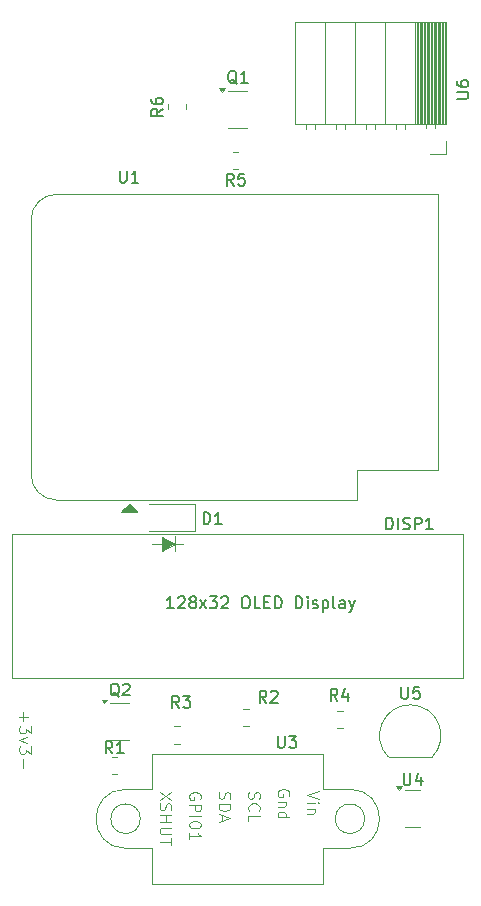
<source format=gbr>
%TF.GenerationSoftware,KiCad,Pcbnew,8.0.8-unknown-202501290020~8b811aa383~ubuntu24.04.1*%
%TF.CreationDate,2025-02-10T17:26:24-05:00*%
%TF.ProjectId,deleteme,64656c65-7465-46d6-952e-6b696361645f,rev?*%
%TF.SameCoordinates,Original*%
%TF.FileFunction,Legend,Top*%
%TF.FilePolarity,Positive*%
%FSLAX46Y46*%
G04 Gerber Fmt 4.6, Leading zero omitted, Abs format (unit mm)*
G04 Created by KiCad (PCBNEW 8.0.8-unknown-202501290020~8b811aa383~ubuntu24.04.1) date 2025-02-10 17:26:24*
%MOMM*%
%LPD*%
G01*
G04 APERTURE LIST*
%ADD10C,0.100000*%
%ADD11C,0.150000*%
%ADD12C,0.120000*%
G04 APERTURE END LIST*
D10*
X130398533Y-123380293D02*
X130398533Y-124142198D01*
X130017580Y-123761245D02*
X130779485Y-123761245D01*
X131017580Y-124523150D02*
X131017580Y-125142197D01*
X131017580Y-125142197D02*
X130636628Y-124808864D01*
X130636628Y-124808864D02*
X130636628Y-124951721D01*
X130636628Y-124951721D02*
X130589009Y-125046959D01*
X130589009Y-125046959D02*
X130541390Y-125094578D01*
X130541390Y-125094578D02*
X130446152Y-125142197D01*
X130446152Y-125142197D02*
X130208057Y-125142197D01*
X130208057Y-125142197D02*
X130112819Y-125094578D01*
X130112819Y-125094578D02*
X130065200Y-125046959D01*
X130065200Y-125046959D02*
X130017580Y-124951721D01*
X130017580Y-124951721D02*
X130017580Y-124666007D01*
X130017580Y-124666007D02*
X130065200Y-124570769D01*
X130065200Y-124570769D02*
X130112819Y-124523150D01*
X130684247Y-125475531D02*
X130017580Y-125713626D01*
X130017580Y-125713626D02*
X130684247Y-125951721D01*
X131017580Y-126237436D02*
X131017580Y-126856483D01*
X131017580Y-126856483D02*
X130636628Y-126523150D01*
X130636628Y-126523150D02*
X130636628Y-126666007D01*
X130636628Y-126666007D02*
X130589009Y-126761245D01*
X130589009Y-126761245D02*
X130541390Y-126808864D01*
X130541390Y-126808864D02*
X130446152Y-126856483D01*
X130446152Y-126856483D02*
X130208057Y-126856483D01*
X130208057Y-126856483D02*
X130112819Y-126808864D01*
X130112819Y-126808864D02*
X130065200Y-126761245D01*
X130065200Y-126761245D02*
X130017580Y-126666007D01*
X130017580Y-126666007D02*
X130017580Y-126380293D01*
X130017580Y-126380293D02*
X130065200Y-126285055D01*
X130065200Y-126285055D02*
X130112819Y-126237436D01*
X130398533Y-127285055D02*
X130398533Y-128046960D01*
X141315000Y-109116409D02*
X143865000Y-109116409D01*
X143215000Y-109091409D02*
X142115000Y-109666409D01*
X142115000Y-108516409D01*
X143215000Y-109091409D01*
G36*
X143215000Y-109091409D02*
G01*
X142115000Y-109666409D01*
X142115000Y-108516409D01*
X143215000Y-109091409D01*
G37*
X143215000Y-108466409D02*
X143215000Y-109716409D01*
D11*
X151928095Y-125361228D02*
X151928095Y-126170751D01*
X151928095Y-126170751D02*
X151975714Y-126265989D01*
X151975714Y-126265989D02*
X152023333Y-126313609D01*
X152023333Y-126313609D02*
X152118571Y-126361228D01*
X152118571Y-126361228D02*
X152309047Y-126361228D01*
X152309047Y-126361228D02*
X152404285Y-126313609D01*
X152404285Y-126313609D02*
X152451904Y-126265989D01*
X152451904Y-126265989D02*
X152499523Y-126170751D01*
X152499523Y-126170751D02*
X152499523Y-125361228D01*
X152880476Y-125361228D02*
X153499523Y-125361228D01*
X153499523Y-125361228D02*
X153166190Y-125742180D01*
X153166190Y-125742180D02*
X153309047Y-125742180D01*
X153309047Y-125742180D02*
X153404285Y-125789799D01*
X153404285Y-125789799D02*
X153451904Y-125837418D01*
X153451904Y-125837418D02*
X153499523Y-125932656D01*
X153499523Y-125932656D02*
X153499523Y-126170751D01*
X153499523Y-126170751D02*
X153451904Y-126265989D01*
X153451904Y-126265989D02*
X153404285Y-126313609D01*
X153404285Y-126313609D02*
X153309047Y-126361228D01*
X153309047Y-126361228D02*
X153023333Y-126361228D01*
X153023333Y-126361228D02*
X152928095Y-126313609D01*
X152928095Y-126313609D02*
X152880476Y-126265989D01*
D10*
X149465200Y-130132674D02*
X149417580Y-130275531D01*
X149417580Y-130275531D02*
X149417580Y-130513626D01*
X149417580Y-130513626D02*
X149465200Y-130608864D01*
X149465200Y-130608864D02*
X149512819Y-130656483D01*
X149512819Y-130656483D02*
X149608057Y-130704102D01*
X149608057Y-130704102D02*
X149703295Y-130704102D01*
X149703295Y-130704102D02*
X149798533Y-130656483D01*
X149798533Y-130656483D02*
X149846152Y-130608864D01*
X149846152Y-130608864D02*
X149893771Y-130513626D01*
X149893771Y-130513626D02*
X149941390Y-130323150D01*
X149941390Y-130323150D02*
X149989009Y-130227912D01*
X149989009Y-130227912D02*
X150036628Y-130180293D01*
X150036628Y-130180293D02*
X150131866Y-130132674D01*
X150131866Y-130132674D02*
X150227104Y-130132674D01*
X150227104Y-130132674D02*
X150322342Y-130180293D01*
X150322342Y-130180293D02*
X150369961Y-130227912D01*
X150369961Y-130227912D02*
X150417580Y-130323150D01*
X150417580Y-130323150D02*
X150417580Y-130561245D01*
X150417580Y-130561245D02*
X150369961Y-130704102D01*
X149512819Y-131704102D02*
X149465200Y-131656483D01*
X149465200Y-131656483D02*
X149417580Y-131513626D01*
X149417580Y-131513626D02*
X149417580Y-131418388D01*
X149417580Y-131418388D02*
X149465200Y-131275531D01*
X149465200Y-131275531D02*
X149560438Y-131180293D01*
X149560438Y-131180293D02*
X149655676Y-131132674D01*
X149655676Y-131132674D02*
X149846152Y-131085055D01*
X149846152Y-131085055D02*
X149989009Y-131085055D01*
X149989009Y-131085055D02*
X150179485Y-131132674D01*
X150179485Y-131132674D02*
X150274723Y-131180293D01*
X150274723Y-131180293D02*
X150369961Y-131275531D01*
X150369961Y-131275531D02*
X150417580Y-131418388D01*
X150417580Y-131418388D02*
X150417580Y-131513626D01*
X150417580Y-131513626D02*
X150369961Y-131656483D01*
X150369961Y-131656483D02*
X150322342Y-131704102D01*
X149417580Y-132608864D02*
X149417580Y-132132674D01*
X149417580Y-132132674D02*
X150417580Y-132132674D01*
X145369961Y-130704102D02*
X145417580Y-130608864D01*
X145417580Y-130608864D02*
X145417580Y-130466007D01*
X145417580Y-130466007D02*
X145369961Y-130323150D01*
X145369961Y-130323150D02*
X145274723Y-130227912D01*
X145274723Y-130227912D02*
X145179485Y-130180293D01*
X145179485Y-130180293D02*
X144989009Y-130132674D01*
X144989009Y-130132674D02*
X144846152Y-130132674D01*
X144846152Y-130132674D02*
X144655676Y-130180293D01*
X144655676Y-130180293D02*
X144560438Y-130227912D01*
X144560438Y-130227912D02*
X144465200Y-130323150D01*
X144465200Y-130323150D02*
X144417580Y-130466007D01*
X144417580Y-130466007D02*
X144417580Y-130561245D01*
X144417580Y-130561245D02*
X144465200Y-130704102D01*
X144465200Y-130704102D02*
X144512819Y-130751721D01*
X144512819Y-130751721D02*
X144846152Y-130751721D01*
X144846152Y-130751721D02*
X144846152Y-130561245D01*
X144417580Y-131180293D02*
X145417580Y-131180293D01*
X145417580Y-131180293D02*
X145417580Y-131561245D01*
X145417580Y-131561245D02*
X145369961Y-131656483D01*
X145369961Y-131656483D02*
X145322342Y-131704102D01*
X145322342Y-131704102D02*
X145227104Y-131751721D01*
X145227104Y-131751721D02*
X145084247Y-131751721D01*
X145084247Y-131751721D02*
X144989009Y-131704102D01*
X144989009Y-131704102D02*
X144941390Y-131656483D01*
X144941390Y-131656483D02*
X144893771Y-131561245D01*
X144893771Y-131561245D02*
X144893771Y-131180293D01*
X144417580Y-132180293D02*
X145417580Y-132180293D01*
X145417580Y-132846959D02*
X145417580Y-132942197D01*
X145417580Y-132942197D02*
X145369961Y-133037435D01*
X145369961Y-133037435D02*
X145322342Y-133085054D01*
X145322342Y-133085054D02*
X145227104Y-133132673D01*
X145227104Y-133132673D02*
X145036628Y-133180292D01*
X145036628Y-133180292D02*
X144798533Y-133180292D01*
X144798533Y-133180292D02*
X144608057Y-133132673D01*
X144608057Y-133132673D02*
X144512819Y-133085054D01*
X144512819Y-133085054D02*
X144465200Y-133037435D01*
X144465200Y-133037435D02*
X144417580Y-132942197D01*
X144417580Y-132942197D02*
X144417580Y-132846959D01*
X144417580Y-132846959D02*
X144465200Y-132751721D01*
X144465200Y-132751721D02*
X144512819Y-132704102D01*
X144512819Y-132704102D02*
X144608057Y-132656483D01*
X144608057Y-132656483D02*
X144798533Y-132608864D01*
X144798533Y-132608864D02*
X145036628Y-132608864D01*
X145036628Y-132608864D02*
X145227104Y-132656483D01*
X145227104Y-132656483D02*
X145322342Y-132704102D01*
X145322342Y-132704102D02*
X145369961Y-132751721D01*
X145369961Y-132751721D02*
X145417580Y-132846959D01*
X144417580Y-134132673D02*
X144417580Y-133561245D01*
X144417580Y-133846959D02*
X145417580Y-133846959D01*
X145417580Y-133846959D02*
X145274723Y-133751721D01*
X145274723Y-133751721D02*
X145179485Y-133656483D01*
X145179485Y-133656483D02*
X145131866Y-133561245D01*
X152869961Y-130454102D02*
X152917580Y-130358864D01*
X152917580Y-130358864D02*
X152917580Y-130216007D01*
X152917580Y-130216007D02*
X152869961Y-130073150D01*
X152869961Y-130073150D02*
X152774723Y-129977912D01*
X152774723Y-129977912D02*
X152679485Y-129930293D01*
X152679485Y-129930293D02*
X152489009Y-129882674D01*
X152489009Y-129882674D02*
X152346152Y-129882674D01*
X152346152Y-129882674D02*
X152155676Y-129930293D01*
X152155676Y-129930293D02*
X152060438Y-129977912D01*
X152060438Y-129977912D02*
X151965200Y-130073150D01*
X151965200Y-130073150D02*
X151917580Y-130216007D01*
X151917580Y-130216007D02*
X151917580Y-130311245D01*
X151917580Y-130311245D02*
X151965200Y-130454102D01*
X151965200Y-130454102D02*
X152012819Y-130501721D01*
X152012819Y-130501721D02*
X152346152Y-130501721D01*
X152346152Y-130501721D02*
X152346152Y-130311245D01*
X152584247Y-130930293D02*
X151917580Y-130930293D01*
X152489009Y-130930293D02*
X152536628Y-130977912D01*
X152536628Y-130977912D02*
X152584247Y-131073150D01*
X152584247Y-131073150D02*
X152584247Y-131216007D01*
X152584247Y-131216007D02*
X152536628Y-131311245D01*
X152536628Y-131311245D02*
X152441390Y-131358864D01*
X152441390Y-131358864D02*
X151917580Y-131358864D01*
X151917580Y-132263626D02*
X152917580Y-132263626D01*
X151965200Y-132263626D02*
X151917580Y-132168388D01*
X151917580Y-132168388D02*
X151917580Y-131977912D01*
X151917580Y-131977912D02*
X151965200Y-131882674D01*
X151965200Y-131882674D02*
X152012819Y-131835055D01*
X152012819Y-131835055D02*
X152108057Y-131787436D01*
X152108057Y-131787436D02*
X152393771Y-131787436D01*
X152393771Y-131787436D02*
X152489009Y-131835055D01*
X152489009Y-131835055D02*
X152536628Y-131882674D01*
X152536628Y-131882674D02*
X152584247Y-131977912D01*
X152584247Y-131977912D02*
X152584247Y-132168388D01*
X152584247Y-132168388D02*
X152536628Y-132263626D01*
X155417580Y-130037436D02*
X154417580Y-130370769D01*
X154417580Y-130370769D02*
X155417580Y-130704102D01*
X154417580Y-131037436D02*
X155084247Y-131037436D01*
X155417580Y-131037436D02*
X155369961Y-130989817D01*
X155369961Y-130989817D02*
X155322342Y-131037436D01*
X155322342Y-131037436D02*
X155369961Y-131085055D01*
X155369961Y-131085055D02*
X155417580Y-131037436D01*
X155417580Y-131037436D02*
X155322342Y-131037436D01*
X155084247Y-131513626D02*
X154417580Y-131513626D01*
X154989009Y-131513626D02*
X155036628Y-131561245D01*
X155036628Y-131561245D02*
X155084247Y-131656483D01*
X155084247Y-131656483D02*
X155084247Y-131799340D01*
X155084247Y-131799340D02*
X155036628Y-131894578D01*
X155036628Y-131894578D02*
X154941390Y-131942197D01*
X154941390Y-131942197D02*
X154417580Y-131942197D01*
X142917580Y-130085055D02*
X141917580Y-130751721D01*
X142917580Y-130751721D02*
X141917580Y-130085055D01*
X141965200Y-131085055D02*
X141917580Y-131227912D01*
X141917580Y-131227912D02*
X141917580Y-131466007D01*
X141917580Y-131466007D02*
X141965200Y-131561245D01*
X141965200Y-131561245D02*
X142012819Y-131608864D01*
X142012819Y-131608864D02*
X142108057Y-131656483D01*
X142108057Y-131656483D02*
X142203295Y-131656483D01*
X142203295Y-131656483D02*
X142298533Y-131608864D01*
X142298533Y-131608864D02*
X142346152Y-131561245D01*
X142346152Y-131561245D02*
X142393771Y-131466007D01*
X142393771Y-131466007D02*
X142441390Y-131275531D01*
X142441390Y-131275531D02*
X142489009Y-131180293D01*
X142489009Y-131180293D02*
X142536628Y-131132674D01*
X142536628Y-131132674D02*
X142631866Y-131085055D01*
X142631866Y-131085055D02*
X142727104Y-131085055D01*
X142727104Y-131085055D02*
X142822342Y-131132674D01*
X142822342Y-131132674D02*
X142869961Y-131180293D01*
X142869961Y-131180293D02*
X142917580Y-131275531D01*
X142917580Y-131275531D02*
X142917580Y-131513626D01*
X142917580Y-131513626D02*
X142869961Y-131656483D01*
X141917580Y-132085055D02*
X142917580Y-132085055D01*
X142441390Y-132085055D02*
X142441390Y-132656483D01*
X141917580Y-132656483D02*
X142917580Y-132656483D01*
X142917580Y-133132674D02*
X142108057Y-133132674D01*
X142108057Y-133132674D02*
X142012819Y-133180293D01*
X142012819Y-133180293D02*
X141965200Y-133227912D01*
X141965200Y-133227912D02*
X141917580Y-133323150D01*
X141917580Y-133323150D02*
X141917580Y-133513626D01*
X141917580Y-133513626D02*
X141965200Y-133608864D01*
X141965200Y-133608864D02*
X142012819Y-133656483D01*
X142012819Y-133656483D02*
X142108057Y-133704102D01*
X142108057Y-133704102D02*
X142917580Y-133704102D01*
X142917580Y-134037436D02*
X142917580Y-134608864D01*
X141917580Y-134323150D02*
X142917580Y-134323150D01*
X146965200Y-130132674D02*
X146917580Y-130275531D01*
X146917580Y-130275531D02*
X146917580Y-130513626D01*
X146917580Y-130513626D02*
X146965200Y-130608864D01*
X146965200Y-130608864D02*
X147012819Y-130656483D01*
X147012819Y-130656483D02*
X147108057Y-130704102D01*
X147108057Y-130704102D02*
X147203295Y-130704102D01*
X147203295Y-130704102D02*
X147298533Y-130656483D01*
X147298533Y-130656483D02*
X147346152Y-130608864D01*
X147346152Y-130608864D02*
X147393771Y-130513626D01*
X147393771Y-130513626D02*
X147441390Y-130323150D01*
X147441390Y-130323150D02*
X147489009Y-130227912D01*
X147489009Y-130227912D02*
X147536628Y-130180293D01*
X147536628Y-130180293D02*
X147631866Y-130132674D01*
X147631866Y-130132674D02*
X147727104Y-130132674D01*
X147727104Y-130132674D02*
X147822342Y-130180293D01*
X147822342Y-130180293D02*
X147869961Y-130227912D01*
X147869961Y-130227912D02*
X147917580Y-130323150D01*
X147917580Y-130323150D02*
X147917580Y-130561245D01*
X147917580Y-130561245D02*
X147869961Y-130704102D01*
X146917580Y-131132674D02*
X147917580Y-131132674D01*
X147917580Y-131132674D02*
X147917580Y-131370769D01*
X147917580Y-131370769D02*
X147869961Y-131513626D01*
X147869961Y-131513626D02*
X147774723Y-131608864D01*
X147774723Y-131608864D02*
X147679485Y-131656483D01*
X147679485Y-131656483D02*
X147489009Y-131704102D01*
X147489009Y-131704102D02*
X147346152Y-131704102D01*
X147346152Y-131704102D02*
X147155676Y-131656483D01*
X147155676Y-131656483D02*
X147060438Y-131608864D01*
X147060438Y-131608864D02*
X146965200Y-131513626D01*
X146965200Y-131513626D02*
X146917580Y-131370769D01*
X146917580Y-131370769D02*
X146917580Y-131132674D01*
X147203295Y-132085055D02*
X147203295Y-132561245D01*
X146917580Y-131989817D02*
X147917580Y-132323150D01*
X147917580Y-132323150D02*
X146917580Y-132656483D01*
D11*
X138494761Y-122026466D02*
X138399523Y-121978847D01*
X138399523Y-121978847D02*
X138304285Y-121883609D01*
X138304285Y-121883609D02*
X138161428Y-121740751D01*
X138161428Y-121740751D02*
X138066190Y-121693132D01*
X138066190Y-121693132D02*
X137970952Y-121693132D01*
X138018571Y-121931228D02*
X137923333Y-121883609D01*
X137923333Y-121883609D02*
X137828095Y-121788370D01*
X137828095Y-121788370D02*
X137780476Y-121597894D01*
X137780476Y-121597894D02*
X137780476Y-121264561D01*
X137780476Y-121264561D02*
X137828095Y-121074085D01*
X137828095Y-121074085D02*
X137923333Y-120978847D01*
X137923333Y-120978847D02*
X138018571Y-120931228D01*
X138018571Y-120931228D02*
X138209047Y-120931228D01*
X138209047Y-120931228D02*
X138304285Y-120978847D01*
X138304285Y-120978847D02*
X138399523Y-121074085D01*
X138399523Y-121074085D02*
X138447142Y-121264561D01*
X138447142Y-121264561D02*
X138447142Y-121597894D01*
X138447142Y-121597894D02*
X138399523Y-121788370D01*
X138399523Y-121788370D02*
X138304285Y-121883609D01*
X138304285Y-121883609D02*
X138209047Y-121931228D01*
X138209047Y-121931228D02*
X138018571Y-121931228D01*
X138828095Y-121026466D02*
X138875714Y-120978847D01*
X138875714Y-120978847D02*
X138970952Y-120931228D01*
X138970952Y-120931228D02*
X139209047Y-120931228D01*
X139209047Y-120931228D02*
X139304285Y-120978847D01*
X139304285Y-120978847D02*
X139351904Y-121026466D01*
X139351904Y-121026466D02*
X139399523Y-121121704D01*
X139399523Y-121121704D02*
X139399523Y-121216942D01*
X139399523Y-121216942D02*
X139351904Y-121359799D01*
X139351904Y-121359799D02*
X138780476Y-121931228D01*
X138780476Y-121931228D02*
X139399523Y-121931228D01*
X148190833Y-78771228D02*
X147857500Y-78295037D01*
X147619405Y-78771228D02*
X147619405Y-77771228D01*
X147619405Y-77771228D02*
X148000357Y-77771228D01*
X148000357Y-77771228D02*
X148095595Y-77818847D01*
X148095595Y-77818847D02*
X148143214Y-77866466D01*
X148143214Y-77866466D02*
X148190833Y-77961704D01*
X148190833Y-77961704D02*
X148190833Y-78104561D01*
X148190833Y-78104561D02*
X148143214Y-78199799D01*
X148143214Y-78199799D02*
X148095595Y-78247418D01*
X148095595Y-78247418D02*
X148000357Y-78295037D01*
X148000357Y-78295037D02*
X147619405Y-78295037D01*
X149095595Y-77771228D02*
X148619405Y-77771228D01*
X148619405Y-77771228D02*
X148571786Y-78247418D01*
X148571786Y-78247418D02*
X148619405Y-78199799D01*
X148619405Y-78199799D02*
X148714643Y-78152180D01*
X148714643Y-78152180D02*
X148952738Y-78152180D01*
X148952738Y-78152180D02*
X149047976Y-78199799D01*
X149047976Y-78199799D02*
X149095595Y-78247418D01*
X149095595Y-78247418D02*
X149143214Y-78342656D01*
X149143214Y-78342656D02*
X149143214Y-78580751D01*
X149143214Y-78580751D02*
X149095595Y-78675989D01*
X149095595Y-78675989D02*
X149047976Y-78723609D01*
X149047976Y-78723609D02*
X148952738Y-78771228D01*
X148952738Y-78771228D02*
X148714643Y-78771228D01*
X148714643Y-78771228D02*
X148619405Y-78723609D01*
X148619405Y-78723609D02*
X148571786Y-78675989D01*
X145651905Y-107431228D02*
X145651905Y-106431228D01*
X145651905Y-106431228D02*
X145890000Y-106431228D01*
X145890000Y-106431228D02*
X146032857Y-106478847D01*
X146032857Y-106478847D02*
X146128095Y-106574085D01*
X146128095Y-106574085D02*
X146175714Y-106669323D01*
X146175714Y-106669323D02*
X146223333Y-106859799D01*
X146223333Y-106859799D02*
X146223333Y-107002656D01*
X146223333Y-107002656D02*
X146175714Y-107193132D01*
X146175714Y-107193132D02*
X146128095Y-107288370D01*
X146128095Y-107288370D02*
X146032857Y-107383609D01*
X146032857Y-107383609D02*
X145890000Y-107431228D01*
X145890000Y-107431228D02*
X145651905Y-107431228D01*
X147175714Y-107431228D02*
X146604286Y-107431228D01*
X146890000Y-107431228D02*
X146890000Y-106431228D01*
X146890000Y-106431228D02*
X146794762Y-106574085D01*
X146794762Y-106574085D02*
X146699524Y-106669323D01*
X146699524Y-106669323D02*
X146604286Y-106716942D01*
X138558095Y-77511228D02*
X138558095Y-78320751D01*
X138558095Y-78320751D02*
X138605714Y-78415989D01*
X138605714Y-78415989D02*
X138653333Y-78463609D01*
X138653333Y-78463609D02*
X138748571Y-78511228D01*
X138748571Y-78511228D02*
X138939047Y-78511228D01*
X138939047Y-78511228D02*
X139034285Y-78463609D01*
X139034285Y-78463609D02*
X139081904Y-78415989D01*
X139081904Y-78415989D02*
X139129523Y-78320751D01*
X139129523Y-78320751D02*
X139129523Y-77511228D01*
X140129523Y-78511228D02*
X139558095Y-78511228D01*
X139843809Y-78511228D02*
X139843809Y-77511228D01*
X139843809Y-77511228D02*
X139748571Y-77654085D01*
X139748571Y-77654085D02*
X139653333Y-77749323D01*
X139653333Y-77749323D02*
X139558095Y-77796942D01*
X161097619Y-107881228D02*
X161097619Y-106881228D01*
X161097619Y-106881228D02*
X161335714Y-106881228D01*
X161335714Y-106881228D02*
X161478571Y-106928847D01*
X161478571Y-106928847D02*
X161573809Y-107024085D01*
X161573809Y-107024085D02*
X161621428Y-107119323D01*
X161621428Y-107119323D02*
X161669047Y-107309799D01*
X161669047Y-107309799D02*
X161669047Y-107452656D01*
X161669047Y-107452656D02*
X161621428Y-107643132D01*
X161621428Y-107643132D02*
X161573809Y-107738370D01*
X161573809Y-107738370D02*
X161478571Y-107833609D01*
X161478571Y-107833609D02*
X161335714Y-107881228D01*
X161335714Y-107881228D02*
X161097619Y-107881228D01*
X162097619Y-107881228D02*
X162097619Y-106881228D01*
X162526190Y-107833609D02*
X162669047Y-107881228D01*
X162669047Y-107881228D02*
X162907142Y-107881228D01*
X162907142Y-107881228D02*
X163002380Y-107833609D01*
X163002380Y-107833609D02*
X163049999Y-107785989D01*
X163049999Y-107785989D02*
X163097618Y-107690751D01*
X163097618Y-107690751D02*
X163097618Y-107595513D01*
X163097618Y-107595513D02*
X163049999Y-107500275D01*
X163049999Y-107500275D02*
X163002380Y-107452656D01*
X163002380Y-107452656D02*
X162907142Y-107405037D01*
X162907142Y-107405037D02*
X162716666Y-107357418D01*
X162716666Y-107357418D02*
X162621428Y-107309799D01*
X162621428Y-107309799D02*
X162573809Y-107262180D01*
X162573809Y-107262180D02*
X162526190Y-107166942D01*
X162526190Y-107166942D02*
X162526190Y-107071704D01*
X162526190Y-107071704D02*
X162573809Y-106976466D01*
X162573809Y-106976466D02*
X162621428Y-106928847D01*
X162621428Y-106928847D02*
X162716666Y-106881228D01*
X162716666Y-106881228D02*
X162954761Y-106881228D01*
X162954761Y-106881228D02*
X163097618Y-106928847D01*
X163526190Y-107881228D02*
X163526190Y-106881228D01*
X163526190Y-106881228D02*
X163907142Y-106881228D01*
X163907142Y-106881228D02*
X164002380Y-106928847D01*
X164002380Y-106928847D02*
X164049999Y-106976466D01*
X164049999Y-106976466D02*
X164097618Y-107071704D01*
X164097618Y-107071704D02*
X164097618Y-107214561D01*
X164097618Y-107214561D02*
X164049999Y-107309799D01*
X164049999Y-107309799D02*
X164002380Y-107357418D01*
X164002380Y-107357418D02*
X163907142Y-107405037D01*
X163907142Y-107405037D02*
X163526190Y-107405037D01*
X165049999Y-107881228D02*
X164478571Y-107881228D01*
X164764285Y-107881228D02*
X164764285Y-106881228D01*
X164764285Y-106881228D02*
X164669047Y-107024085D01*
X164669047Y-107024085D02*
X164573809Y-107119323D01*
X164573809Y-107119323D02*
X164478571Y-107166942D01*
X143114056Y-114555828D02*
X142542628Y-114555828D01*
X142828342Y-114555828D02*
X142828342Y-113555828D01*
X142828342Y-113555828D02*
X142733104Y-113698685D01*
X142733104Y-113698685D02*
X142637866Y-113793923D01*
X142637866Y-113793923D02*
X142542628Y-113841542D01*
X143495009Y-113651066D02*
X143542628Y-113603447D01*
X143542628Y-113603447D02*
X143637866Y-113555828D01*
X143637866Y-113555828D02*
X143875961Y-113555828D01*
X143875961Y-113555828D02*
X143971199Y-113603447D01*
X143971199Y-113603447D02*
X144018818Y-113651066D01*
X144018818Y-113651066D02*
X144066437Y-113746304D01*
X144066437Y-113746304D02*
X144066437Y-113841542D01*
X144066437Y-113841542D02*
X144018818Y-113984399D01*
X144018818Y-113984399D02*
X143447390Y-114555828D01*
X143447390Y-114555828D02*
X144066437Y-114555828D01*
X144637866Y-113984399D02*
X144542628Y-113936780D01*
X144542628Y-113936780D02*
X144495009Y-113889161D01*
X144495009Y-113889161D02*
X144447390Y-113793923D01*
X144447390Y-113793923D02*
X144447390Y-113746304D01*
X144447390Y-113746304D02*
X144495009Y-113651066D01*
X144495009Y-113651066D02*
X144542628Y-113603447D01*
X144542628Y-113603447D02*
X144637866Y-113555828D01*
X144637866Y-113555828D02*
X144828342Y-113555828D01*
X144828342Y-113555828D02*
X144923580Y-113603447D01*
X144923580Y-113603447D02*
X144971199Y-113651066D01*
X144971199Y-113651066D02*
X145018818Y-113746304D01*
X145018818Y-113746304D02*
X145018818Y-113793923D01*
X145018818Y-113793923D02*
X144971199Y-113889161D01*
X144971199Y-113889161D02*
X144923580Y-113936780D01*
X144923580Y-113936780D02*
X144828342Y-113984399D01*
X144828342Y-113984399D02*
X144637866Y-113984399D01*
X144637866Y-113984399D02*
X144542628Y-114032018D01*
X144542628Y-114032018D02*
X144495009Y-114079637D01*
X144495009Y-114079637D02*
X144447390Y-114174875D01*
X144447390Y-114174875D02*
X144447390Y-114365351D01*
X144447390Y-114365351D02*
X144495009Y-114460589D01*
X144495009Y-114460589D02*
X144542628Y-114508209D01*
X144542628Y-114508209D02*
X144637866Y-114555828D01*
X144637866Y-114555828D02*
X144828342Y-114555828D01*
X144828342Y-114555828D02*
X144923580Y-114508209D01*
X144923580Y-114508209D02*
X144971199Y-114460589D01*
X144971199Y-114460589D02*
X145018818Y-114365351D01*
X145018818Y-114365351D02*
X145018818Y-114174875D01*
X145018818Y-114174875D02*
X144971199Y-114079637D01*
X144971199Y-114079637D02*
X144923580Y-114032018D01*
X144923580Y-114032018D02*
X144828342Y-113984399D01*
X145352152Y-114555828D02*
X145875961Y-113889161D01*
X145352152Y-113889161D02*
X145875961Y-114555828D01*
X146161676Y-113555828D02*
X146780723Y-113555828D01*
X146780723Y-113555828D02*
X146447390Y-113936780D01*
X146447390Y-113936780D02*
X146590247Y-113936780D01*
X146590247Y-113936780D02*
X146685485Y-113984399D01*
X146685485Y-113984399D02*
X146733104Y-114032018D01*
X146733104Y-114032018D02*
X146780723Y-114127256D01*
X146780723Y-114127256D02*
X146780723Y-114365351D01*
X146780723Y-114365351D02*
X146733104Y-114460589D01*
X146733104Y-114460589D02*
X146685485Y-114508209D01*
X146685485Y-114508209D02*
X146590247Y-114555828D01*
X146590247Y-114555828D02*
X146304533Y-114555828D01*
X146304533Y-114555828D02*
X146209295Y-114508209D01*
X146209295Y-114508209D02*
X146161676Y-114460589D01*
X147161676Y-113651066D02*
X147209295Y-113603447D01*
X147209295Y-113603447D02*
X147304533Y-113555828D01*
X147304533Y-113555828D02*
X147542628Y-113555828D01*
X147542628Y-113555828D02*
X147637866Y-113603447D01*
X147637866Y-113603447D02*
X147685485Y-113651066D01*
X147685485Y-113651066D02*
X147733104Y-113746304D01*
X147733104Y-113746304D02*
X147733104Y-113841542D01*
X147733104Y-113841542D02*
X147685485Y-113984399D01*
X147685485Y-113984399D02*
X147114057Y-114555828D01*
X147114057Y-114555828D02*
X147733104Y-114555828D01*
X149114057Y-113555828D02*
X149304533Y-113555828D01*
X149304533Y-113555828D02*
X149399771Y-113603447D01*
X149399771Y-113603447D02*
X149495009Y-113698685D01*
X149495009Y-113698685D02*
X149542628Y-113889161D01*
X149542628Y-113889161D02*
X149542628Y-114222494D01*
X149542628Y-114222494D02*
X149495009Y-114412970D01*
X149495009Y-114412970D02*
X149399771Y-114508209D01*
X149399771Y-114508209D02*
X149304533Y-114555828D01*
X149304533Y-114555828D02*
X149114057Y-114555828D01*
X149114057Y-114555828D02*
X149018819Y-114508209D01*
X149018819Y-114508209D02*
X148923581Y-114412970D01*
X148923581Y-114412970D02*
X148875962Y-114222494D01*
X148875962Y-114222494D02*
X148875962Y-113889161D01*
X148875962Y-113889161D02*
X148923581Y-113698685D01*
X148923581Y-113698685D02*
X149018819Y-113603447D01*
X149018819Y-113603447D02*
X149114057Y-113555828D01*
X150447390Y-114555828D02*
X149971200Y-114555828D01*
X149971200Y-114555828D02*
X149971200Y-113555828D01*
X150780724Y-114032018D02*
X151114057Y-114032018D01*
X151256914Y-114555828D02*
X150780724Y-114555828D01*
X150780724Y-114555828D02*
X150780724Y-113555828D01*
X150780724Y-113555828D02*
X151256914Y-113555828D01*
X151685486Y-114555828D02*
X151685486Y-113555828D01*
X151685486Y-113555828D02*
X151923581Y-113555828D01*
X151923581Y-113555828D02*
X152066438Y-113603447D01*
X152066438Y-113603447D02*
X152161676Y-113698685D01*
X152161676Y-113698685D02*
X152209295Y-113793923D01*
X152209295Y-113793923D02*
X152256914Y-113984399D01*
X152256914Y-113984399D02*
X152256914Y-114127256D01*
X152256914Y-114127256D02*
X152209295Y-114317732D01*
X152209295Y-114317732D02*
X152161676Y-114412970D01*
X152161676Y-114412970D02*
X152066438Y-114508209D01*
X152066438Y-114508209D02*
X151923581Y-114555828D01*
X151923581Y-114555828D02*
X151685486Y-114555828D01*
X153447391Y-114555828D02*
X153447391Y-113555828D01*
X153447391Y-113555828D02*
X153685486Y-113555828D01*
X153685486Y-113555828D02*
X153828343Y-113603447D01*
X153828343Y-113603447D02*
X153923581Y-113698685D01*
X153923581Y-113698685D02*
X153971200Y-113793923D01*
X153971200Y-113793923D02*
X154018819Y-113984399D01*
X154018819Y-113984399D02*
X154018819Y-114127256D01*
X154018819Y-114127256D02*
X153971200Y-114317732D01*
X153971200Y-114317732D02*
X153923581Y-114412970D01*
X153923581Y-114412970D02*
X153828343Y-114508209D01*
X153828343Y-114508209D02*
X153685486Y-114555828D01*
X153685486Y-114555828D02*
X153447391Y-114555828D01*
X154447391Y-114555828D02*
X154447391Y-113889161D01*
X154447391Y-113555828D02*
X154399772Y-113603447D01*
X154399772Y-113603447D02*
X154447391Y-113651066D01*
X154447391Y-113651066D02*
X154495010Y-113603447D01*
X154495010Y-113603447D02*
X154447391Y-113555828D01*
X154447391Y-113555828D02*
X154447391Y-113651066D01*
X154875962Y-114508209D02*
X154971200Y-114555828D01*
X154971200Y-114555828D02*
X155161676Y-114555828D01*
X155161676Y-114555828D02*
X155256914Y-114508209D01*
X155256914Y-114508209D02*
X155304533Y-114412970D01*
X155304533Y-114412970D02*
X155304533Y-114365351D01*
X155304533Y-114365351D02*
X155256914Y-114270113D01*
X155256914Y-114270113D02*
X155161676Y-114222494D01*
X155161676Y-114222494D02*
X155018819Y-114222494D01*
X155018819Y-114222494D02*
X154923581Y-114174875D01*
X154923581Y-114174875D02*
X154875962Y-114079637D01*
X154875962Y-114079637D02*
X154875962Y-114032018D01*
X154875962Y-114032018D02*
X154923581Y-113936780D01*
X154923581Y-113936780D02*
X155018819Y-113889161D01*
X155018819Y-113889161D02*
X155161676Y-113889161D01*
X155161676Y-113889161D02*
X155256914Y-113936780D01*
X155733105Y-113889161D02*
X155733105Y-114889161D01*
X155733105Y-113936780D02*
X155828343Y-113889161D01*
X155828343Y-113889161D02*
X156018819Y-113889161D01*
X156018819Y-113889161D02*
X156114057Y-113936780D01*
X156114057Y-113936780D02*
X156161676Y-113984399D01*
X156161676Y-113984399D02*
X156209295Y-114079637D01*
X156209295Y-114079637D02*
X156209295Y-114365351D01*
X156209295Y-114365351D02*
X156161676Y-114460589D01*
X156161676Y-114460589D02*
X156114057Y-114508209D01*
X156114057Y-114508209D02*
X156018819Y-114555828D01*
X156018819Y-114555828D02*
X155828343Y-114555828D01*
X155828343Y-114555828D02*
X155733105Y-114508209D01*
X156780724Y-114555828D02*
X156685486Y-114508209D01*
X156685486Y-114508209D02*
X156637867Y-114412970D01*
X156637867Y-114412970D02*
X156637867Y-113555828D01*
X157590248Y-114555828D02*
X157590248Y-114032018D01*
X157590248Y-114032018D02*
X157542629Y-113936780D01*
X157542629Y-113936780D02*
X157447391Y-113889161D01*
X157447391Y-113889161D02*
X157256915Y-113889161D01*
X157256915Y-113889161D02*
X157161677Y-113936780D01*
X157590248Y-114508209D02*
X157495010Y-114555828D01*
X157495010Y-114555828D02*
X157256915Y-114555828D01*
X157256915Y-114555828D02*
X157161677Y-114508209D01*
X157161677Y-114508209D02*
X157114058Y-114412970D01*
X157114058Y-114412970D02*
X157114058Y-114317732D01*
X157114058Y-114317732D02*
X157161677Y-114222494D01*
X157161677Y-114222494D02*
X157256915Y-114174875D01*
X157256915Y-114174875D02*
X157495010Y-114174875D01*
X157495010Y-114174875D02*
X157590248Y-114127256D01*
X157971201Y-113889161D02*
X158209296Y-114555828D01*
X158447391Y-113889161D02*
X158209296Y-114555828D01*
X158209296Y-114555828D02*
X158114058Y-114793923D01*
X158114058Y-114793923D02*
X158066439Y-114841542D01*
X158066439Y-114841542D02*
X157971201Y-114889161D01*
X148467261Y-70156466D02*
X148372023Y-70108847D01*
X148372023Y-70108847D02*
X148276785Y-70013609D01*
X148276785Y-70013609D02*
X148133928Y-69870751D01*
X148133928Y-69870751D02*
X148038690Y-69823132D01*
X148038690Y-69823132D02*
X147943452Y-69823132D01*
X147991071Y-70061228D02*
X147895833Y-70013609D01*
X147895833Y-70013609D02*
X147800595Y-69918370D01*
X147800595Y-69918370D02*
X147752976Y-69727894D01*
X147752976Y-69727894D02*
X147752976Y-69394561D01*
X147752976Y-69394561D02*
X147800595Y-69204085D01*
X147800595Y-69204085D02*
X147895833Y-69108847D01*
X147895833Y-69108847D02*
X147991071Y-69061228D01*
X147991071Y-69061228D02*
X148181547Y-69061228D01*
X148181547Y-69061228D02*
X148276785Y-69108847D01*
X148276785Y-69108847D02*
X148372023Y-69204085D01*
X148372023Y-69204085D02*
X148419642Y-69394561D01*
X148419642Y-69394561D02*
X148419642Y-69727894D01*
X148419642Y-69727894D02*
X148372023Y-69918370D01*
X148372023Y-69918370D02*
X148276785Y-70013609D01*
X148276785Y-70013609D02*
X148181547Y-70061228D01*
X148181547Y-70061228D02*
X147991071Y-70061228D01*
X149372023Y-70061228D02*
X148800595Y-70061228D01*
X149086309Y-70061228D02*
X149086309Y-69061228D01*
X149086309Y-69061228D02*
X148991071Y-69204085D01*
X148991071Y-69204085D02*
X148895833Y-69299323D01*
X148895833Y-69299323D02*
X148800595Y-69346942D01*
X143573333Y-122981228D02*
X143240000Y-122505037D01*
X143001905Y-122981228D02*
X143001905Y-121981228D01*
X143001905Y-121981228D02*
X143382857Y-121981228D01*
X143382857Y-121981228D02*
X143478095Y-122028847D01*
X143478095Y-122028847D02*
X143525714Y-122076466D01*
X143525714Y-122076466D02*
X143573333Y-122171704D01*
X143573333Y-122171704D02*
X143573333Y-122314561D01*
X143573333Y-122314561D02*
X143525714Y-122409799D01*
X143525714Y-122409799D02*
X143478095Y-122457418D01*
X143478095Y-122457418D02*
X143382857Y-122505037D01*
X143382857Y-122505037D02*
X143001905Y-122505037D01*
X143906667Y-121981228D02*
X144525714Y-121981228D01*
X144525714Y-121981228D02*
X144192381Y-122362180D01*
X144192381Y-122362180D02*
X144335238Y-122362180D01*
X144335238Y-122362180D02*
X144430476Y-122409799D01*
X144430476Y-122409799D02*
X144478095Y-122457418D01*
X144478095Y-122457418D02*
X144525714Y-122552656D01*
X144525714Y-122552656D02*
X144525714Y-122790751D01*
X144525714Y-122790751D02*
X144478095Y-122885989D01*
X144478095Y-122885989D02*
X144430476Y-122933609D01*
X144430476Y-122933609D02*
X144335238Y-122981228D01*
X144335238Y-122981228D02*
X144049524Y-122981228D01*
X144049524Y-122981228D02*
X143954286Y-122933609D01*
X143954286Y-122933609D02*
X143906667Y-122885989D01*
X156983333Y-122381228D02*
X156650000Y-121905037D01*
X156411905Y-122381228D02*
X156411905Y-121381228D01*
X156411905Y-121381228D02*
X156792857Y-121381228D01*
X156792857Y-121381228D02*
X156888095Y-121428847D01*
X156888095Y-121428847D02*
X156935714Y-121476466D01*
X156935714Y-121476466D02*
X156983333Y-121571704D01*
X156983333Y-121571704D02*
X156983333Y-121714561D01*
X156983333Y-121714561D02*
X156935714Y-121809799D01*
X156935714Y-121809799D02*
X156888095Y-121857418D01*
X156888095Y-121857418D02*
X156792857Y-121905037D01*
X156792857Y-121905037D02*
X156411905Y-121905037D01*
X157840476Y-121714561D02*
X157840476Y-122381228D01*
X157602381Y-121333609D02*
X157364286Y-122047894D01*
X157364286Y-122047894D02*
X157983333Y-122047894D01*
X137923333Y-126831228D02*
X137590000Y-126355037D01*
X137351905Y-126831228D02*
X137351905Y-125831228D01*
X137351905Y-125831228D02*
X137732857Y-125831228D01*
X137732857Y-125831228D02*
X137828095Y-125878847D01*
X137828095Y-125878847D02*
X137875714Y-125926466D01*
X137875714Y-125926466D02*
X137923333Y-126021704D01*
X137923333Y-126021704D02*
X137923333Y-126164561D01*
X137923333Y-126164561D02*
X137875714Y-126259799D01*
X137875714Y-126259799D02*
X137828095Y-126307418D01*
X137828095Y-126307418D02*
X137732857Y-126355037D01*
X137732857Y-126355037D02*
X137351905Y-126355037D01*
X138875714Y-126831228D02*
X138304286Y-126831228D01*
X138590000Y-126831228D02*
X138590000Y-125831228D01*
X138590000Y-125831228D02*
X138494762Y-125974085D01*
X138494762Y-125974085D02*
X138399524Y-126069323D01*
X138399524Y-126069323D02*
X138304286Y-126116942D01*
X167074819Y-71408313D02*
X167884342Y-71408313D01*
X167884342Y-71408313D02*
X167979580Y-71360694D01*
X167979580Y-71360694D02*
X168027200Y-71313075D01*
X168027200Y-71313075D02*
X168074819Y-71217837D01*
X168074819Y-71217837D02*
X168074819Y-71027361D01*
X168074819Y-71027361D02*
X168027200Y-70932123D01*
X168027200Y-70932123D02*
X167979580Y-70884504D01*
X167979580Y-70884504D02*
X167884342Y-70836885D01*
X167884342Y-70836885D02*
X167074819Y-70836885D01*
X167074819Y-69932123D02*
X167074819Y-70122599D01*
X167074819Y-70122599D02*
X167122438Y-70217837D01*
X167122438Y-70217837D02*
X167170057Y-70265456D01*
X167170057Y-70265456D02*
X167312914Y-70360694D01*
X167312914Y-70360694D02*
X167503390Y-70408313D01*
X167503390Y-70408313D02*
X167884342Y-70408313D01*
X167884342Y-70408313D02*
X167979580Y-70360694D01*
X167979580Y-70360694D02*
X168027200Y-70313075D01*
X168027200Y-70313075D02*
X168074819Y-70217837D01*
X168074819Y-70217837D02*
X168074819Y-70027361D01*
X168074819Y-70027361D02*
X168027200Y-69932123D01*
X168027200Y-69932123D02*
X167979580Y-69884504D01*
X167979580Y-69884504D02*
X167884342Y-69836885D01*
X167884342Y-69836885D02*
X167646247Y-69836885D01*
X167646247Y-69836885D02*
X167551009Y-69884504D01*
X167551009Y-69884504D02*
X167503390Y-69932123D01*
X167503390Y-69932123D02*
X167455771Y-70027361D01*
X167455771Y-70027361D02*
X167455771Y-70217837D01*
X167455771Y-70217837D02*
X167503390Y-70313075D01*
X167503390Y-70313075D02*
X167551009Y-70360694D01*
X167551009Y-70360694D02*
X167646247Y-70408313D01*
X162590595Y-128531228D02*
X162590595Y-129340751D01*
X162590595Y-129340751D02*
X162638214Y-129435989D01*
X162638214Y-129435989D02*
X162685833Y-129483609D01*
X162685833Y-129483609D02*
X162781071Y-129531228D01*
X162781071Y-129531228D02*
X162971547Y-129531228D01*
X162971547Y-129531228D02*
X163066785Y-129483609D01*
X163066785Y-129483609D02*
X163114404Y-129435989D01*
X163114404Y-129435989D02*
X163162023Y-129340751D01*
X163162023Y-129340751D02*
X163162023Y-128531228D01*
X164066785Y-128864561D02*
X164066785Y-129531228D01*
X163828690Y-128483609D02*
X163590595Y-129197894D01*
X163590595Y-129197894D02*
X164209642Y-129197894D01*
X162383095Y-121221228D02*
X162383095Y-122030751D01*
X162383095Y-122030751D02*
X162430714Y-122125989D01*
X162430714Y-122125989D02*
X162478333Y-122173609D01*
X162478333Y-122173609D02*
X162573571Y-122221228D01*
X162573571Y-122221228D02*
X162764047Y-122221228D01*
X162764047Y-122221228D02*
X162859285Y-122173609D01*
X162859285Y-122173609D02*
X162906904Y-122125989D01*
X162906904Y-122125989D02*
X162954523Y-122030751D01*
X162954523Y-122030751D02*
X162954523Y-121221228D01*
X163906904Y-121221228D02*
X163430714Y-121221228D01*
X163430714Y-121221228D02*
X163383095Y-121697418D01*
X163383095Y-121697418D02*
X163430714Y-121649799D01*
X163430714Y-121649799D02*
X163525952Y-121602180D01*
X163525952Y-121602180D02*
X163764047Y-121602180D01*
X163764047Y-121602180D02*
X163859285Y-121649799D01*
X163859285Y-121649799D02*
X163906904Y-121697418D01*
X163906904Y-121697418D02*
X163954523Y-121792656D01*
X163954523Y-121792656D02*
X163954523Y-122030751D01*
X163954523Y-122030751D02*
X163906904Y-122125989D01*
X163906904Y-122125989D02*
X163859285Y-122173609D01*
X163859285Y-122173609D02*
X163764047Y-122221228D01*
X163764047Y-122221228D02*
X163525952Y-122221228D01*
X163525952Y-122221228D02*
X163430714Y-122173609D01*
X163430714Y-122173609D02*
X163383095Y-122125989D01*
X142214819Y-72265575D02*
X141738628Y-72598908D01*
X142214819Y-72837003D02*
X141214819Y-72837003D01*
X141214819Y-72837003D02*
X141214819Y-72456051D01*
X141214819Y-72456051D02*
X141262438Y-72360813D01*
X141262438Y-72360813D02*
X141310057Y-72313194D01*
X141310057Y-72313194D02*
X141405295Y-72265575D01*
X141405295Y-72265575D02*
X141548152Y-72265575D01*
X141548152Y-72265575D02*
X141643390Y-72313194D01*
X141643390Y-72313194D02*
X141691009Y-72360813D01*
X141691009Y-72360813D02*
X141738628Y-72456051D01*
X141738628Y-72456051D02*
X141738628Y-72837003D01*
X141214819Y-71408432D02*
X141214819Y-71598908D01*
X141214819Y-71598908D02*
X141262438Y-71694146D01*
X141262438Y-71694146D02*
X141310057Y-71741765D01*
X141310057Y-71741765D02*
X141452914Y-71837003D01*
X141452914Y-71837003D02*
X141643390Y-71884622D01*
X141643390Y-71884622D02*
X142024342Y-71884622D01*
X142024342Y-71884622D02*
X142119580Y-71837003D01*
X142119580Y-71837003D02*
X142167200Y-71789384D01*
X142167200Y-71789384D02*
X142214819Y-71694146D01*
X142214819Y-71694146D02*
X142214819Y-71503670D01*
X142214819Y-71503670D02*
X142167200Y-71408432D01*
X142167200Y-71408432D02*
X142119580Y-71360813D01*
X142119580Y-71360813D02*
X142024342Y-71313194D01*
X142024342Y-71313194D02*
X141786247Y-71313194D01*
X141786247Y-71313194D02*
X141691009Y-71360813D01*
X141691009Y-71360813D02*
X141643390Y-71408432D01*
X141643390Y-71408432D02*
X141595771Y-71503670D01*
X141595771Y-71503670D02*
X141595771Y-71694146D01*
X141595771Y-71694146D02*
X141643390Y-71789384D01*
X141643390Y-71789384D02*
X141691009Y-71837003D01*
X141691009Y-71837003D02*
X141786247Y-71884622D01*
X150963333Y-122551228D02*
X150630000Y-122075037D01*
X150391905Y-122551228D02*
X150391905Y-121551228D01*
X150391905Y-121551228D02*
X150772857Y-121551228D01*
X150772857Y-121551228D02*
X150868095Y-121598847D01*
X150868095Y-121598847D02*
X150915714Y-121646466D01*
X150915714Y-121646466D02*
X150963333Y-121741704D01*
X150963333Y-121741704D02*
X150963333Y-121884561D01*
X150963333Y-121884561D02*
X150915714Y-121979799D01*
X150915714Y-121979799D02*
X150868095Y-122027418D01*
X150868095Y-122027418D02*
X150772857Y-122075037D01*
X150772857Y-122075037D02*
X150391905Y-122075037D01*
X151344286Y-121646466D02*
X151391905Y-121598847D01*
X151391905Y-121598847D02*
X151487143Y-121551228D01*
X151487143Y-121551228D02*
X151725238Y-121551228D01*
X151725238Y-121551228D02*
X151820476Y-121598847D01*
X151820476Y-121598847D02*
X151868095Y-121646466D01*
X151868095Y-121646466D02*
X151915714Y-121741704D01*
X151915714Y-121741704D02*
X151915714Y-121836942D01*
X151915714Y-121836942D02*
X151868095Y-121979799D01*
X151868095Y-121979799D02*
X151296667Y-122551228D01*
X151296667Y-122551228D02*
X151915714Y-122551228D01*
D10*
%TO.C,U3*%
X139040000Y-129876409D02*
X141290000Y-129876409D01*
X139040000Y-134876409D02*
X141290000Y-134876409D01*
X141290000Y-126876409D02*
X141290000Y-129876409D01*
D12*
X141290000Y-126876409D02*
X155790000Y-126876409D01*
X141290000Y-134876409D02*
X141290000Y-137876409D01*
D10*
X155790000Y-126876409D02*
X155790000Y-129876409D01*
D12*
X155790000Y-134876409D02*
X155790000Y-137876409D01*
X155790000Y-137876409D02*
X141290000Y-137876409D01*
D10*
X158040000Y-134876409D02*
X155790000Y-134876409D01*
X158090000Y-129876409D02*
X155790000Y-129876409D01*
X139040000Y-134876409D02*
G75*
G02*
X139040000Y-129876409I0J2500000D01*
G01*
X158040000Y-129876409D02*
G75*
G02*
X158040000Y-134876409I0J-2500000D01*
G01*
X140290000Y-132376409D02*
G75*
G02*
X137790000Y-132376409I-1250000J0D01*
G01*
X137790000Y-132376409D02*
G75*
G02*
X140290000Y-132376409I1250000J0D01*
G01*
X159290000Y-132376409D02*
G75*
G02*
X156790000Y-132376409I-1250000J0D01*
G01*
X156790000Y-132376409D02*
G75*
G02*
X159290000Y-132376409I1250000J0D01*
G01*
D12*
%TO.C,Q2*%
X138552500Y-122566409D02*
X137752500Y-122566409D01*
X138552500Y-122566409D02*
X139352500Y-122566409D01*
X138552500Y-125686409D02*
X137752500Y-125686409D01*
X138552500Y-125686409D02*
X139352500Y-125686409D01*
X137252500Y-122616409D02*
X137012500Y-122286409D01*
X137492500Y-122286409D01*
X137252500Y-122616409D01*
G36*
X137252500Y-122616409D02*
G01*
X137012500Y-122286409D01*
X137492500Y-122286409D01*
X137252500Y-122616409D01*
G37*
%TO.C,R5*%
X148584564Y-75931409D02*
X148130436Y-75931409D01*
X148584564Y-77401409D02*
X148130436Y-77401409D01*
%TO.C,D1*%
X141027500Y-108011409D02*
X144912500Y-108011409D01*
X144912500Y-105741409D02*
X141027500Y-105741409D01*
X144912500Y-108011409D02*
X144912500Y-105741409D01*
%TO.C,U1*%
X131040000Y-81636409D02*
X131040000Y-103246409D01*
X158600000Y-102836409D02*
X165500000Y-102836409D01*
X158600000Y-105376409D02*
X133170000Y-105376409D01*
X158600000Y-105376409D02*
X158600000Y-102836409D01*
X165500000Y-79516409D02*
X133170000Y-79516409D01*
X165500000Y-102836409D02*
X165500000Y-79516409D01*
X131040000Y-81646409D02*
G75*
G02*
X133170000Y-79516409I2130000J0D01*
G01*
X133170000Y-105376409D02*
G75*
G02*
X131040000Y-103246409I2J2130002D01*
G01*
D11*
X140015000Y-106416409D02*
X138745000Y-106416409D01*
X139380000Y-105781409D01*
X140015000Y-106416409D01*
G36*
X140015000Y-106416409D02*
G01*
X138745000Y-106416409D01*
X139380000Y-105781409D01*
X140015000Y-106416409D01*
G37*
%TO.C,DISP1*%
D12*
X129440000Y-120476409D02*
X167640000Y-120476409D01*
X167640000Y-108276409D01*
X129440000Y-108276409D01*
X129440000Y-120476409D01*
%TO.C,Q1*%
X148512500Y-70796409D02*
X147712500Y-70796409D01*
X148512500Y-70796409D02*
X149312500Y-70796409D01*
X148512500Y-73916409D02*
X147712500Y-73916409D01*
X148512500Y-73916409D02*
X149312500Y-73916409D01*
X147212500Y-70846409D02*
X146972500Y-70516409D01*
X147452500Y-70516409D01*
X147212500Y-70846409D01*
G36*
X147212500Y-70846409D02*
G01*
X146972500Y-70516409D01*
X147452500Y-70516409D01*
X147212500Y-70846409D01*
G37*
%TO.C,R3*%
X143175436Y-124541409D02*
X143629564Y-124541409D01*
X143175436Y-126011409D02*
X143629564Y-126011409D01*
%TO.C,R4*%
X157414564Y-123241409D02*
X156960436Y-123241409D01*
X157414564Y-124711409D02*
X156960436Y-124711409D01*
%TO.C,R1*%
X137900436Y-127141409D02*
X138354564Y-127141409D01*
X137900436Y-128611409D02*
X138354564Y-128611409D01*
%TO.C,U6*%
X153360000Y-64936409D02*
X153360000Y-73566409D01*
X154330000Y-73566409D02*
X154330000Y-73976409D01*
X155050000Y-73566409D02*
X155050000Y-73976409D01*
X155960000Y-64936409D02*
X155960000Y-73566409D01*
X156870000Y-73566409D02*
X156870000Y-73976409D01*
X157590000Y-73566409D02*
X157590000Y-73976409D01*
X158500000Y-64936409D02*
X158500000Y-73566409D01*
X159410000Y-73566409D02*
X159410000Y-73976409D01*
X160130000Y-73566409D02*
X160130000Y-73976409D01*
X161040000Y-64936409D02*
X161040000Y-73566409D01*
X161950000Y-73566409D02*
X161950000Y-73976409D01*
X162670000Y-73566409D02*
X162670000Y-73976409D01*
X163580000Y-64936409D02*
X163580000Y-73566409D01*
X163698100Y-64936409D02*
X163698100Y-73566409D01*
X163816195Y-64936409D02*
X163816195Y-73566409D01*
X163934290Y-64936409D02*
X163934290Y-73566409D01*
X164052385Y-64936409D02*
X164052385Y-73566409D01*
X164170480Y-64936409D02*
X164170480Y-73566409D01*
X164288575Y-64936409D02*
X164288575Y-73566409D01*
X164406670Y-64936409D02*
X164406670Y-73566409D01*
X164490000Y-73566409D02*
X164490000Y-73916409D01*
X164524765Y-64936409D02*
X164524765Y-73566409D01*
X164642860Y-64936409D02*
X164642860Y-73566409D01*
X164760955Y-64936409D02*
X164760955Y-73566409D01*
X164879050Y-64936409D02*
X164879050Y-73566409D01*
X164997145Y-64936409D02*
X164997145Y-73566409D01*
X165115240Y-64936409D02*
X165115240Y-73566409D01*
X165210000Y-73566409D02*
X165210000Y-73916409D01*
X165233335Y-64936409D02*
X165233335Y-73566409D01*
X165351430Y-64936409D02*
X165351430Y-73566409D01*
X165469525Y-64936409D02*
X165469525Y-73566409D01*
X165587620Y-64936409D02*
X165587620Y-73566409D01*
X165705715Y-64936409D02*
X165705715Y-73566409D01*
X165823810Y-64936409D02*
X165823810Y-73566409D01*
X165941905Y-64936409D02*
X165941905Y-73566409D01*
X166060000Y-64936409D02*
X166060000Y-73566409D01*
X166180000Y-64936409D02*
X153360000Y-64936409D01*
X166180000Y-64936409D02*
X166180000Y-73566409D01*
X166180000Y-73566409D02*
X153360000Y-73566409D01*
X166180000Y-75026409D02*
X166180000Y-76136409D01*
X166180000Y-76136409D02*
X164850000Y-76136409D01*
%TO.C,U4*%
X163352500Y-129916409D02*
X162702500Y-129916409D01*
X163352500Y-129916409D02*
X164002500Y-129916409D01*
X163352500Y-133036409D02*
X162702500Y-133036409D01*
X163352500Y-133036409D02*
X164002500Y-133036409D01*
X162190000Y-129966409D02*
X161950000Y-129636409D01*
X162430000Y-129636409D01*
X162190000Y-129966409D01*
G36*
X162190000Y-129966409D02*
G01*
X161950000Y-129636409D01*
X162430000Y-129636409D01*
X162190000Y-129966409D01*
G37*
%TO.C,U5*%
X161345000Y-127176409D02*
X164945000Y-127176409D01*
X161306522Y-127164887D02*
G75*
G02*
X163145000Y-122726408I1838478J1838478D01*
G01*
X163145000Y-122726409D02*
G75*
G02*
X164983478Y-127164887I0J-2600000D01*
G01*
%TO.C,R6*%
X142675000Y-72325973D02*
X142675000Y-71871845D01*
X144145000Y-72325973D02*
X144145000Y-71871845D01*
%TO.C,R2*%
X149000436Y-123091409D02*
X149454564Y-123091409D01*
X149000436Y-124561409D02*
X149454564Y-124561409D01*
%TD*%
M02*

</source>
